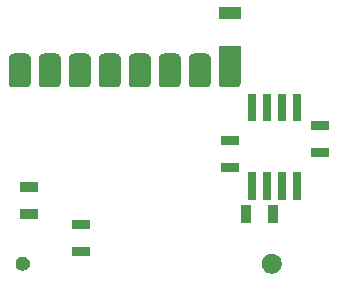
<source format=gbr>
G04 #@! TF.GenerationSoftware,KiCad,Pcbnew,(5.0.2)-1*
G04 #@! TF.CreationDate,2019-04-22T11:09:00+04:00*
G04 #@! TF.ProjectId,SD_CARD_and_SPI_FLASH_v2.2,53445f43-4152-4445-9f61-6e645f535049,rev?*
G04 #@! TF.SameCoordinates,Original*
G04 #@! TF.FileFunction,Soldermask,Bot*
G04 #@! TF.FilePolarity,Negative*
%FSLAX46Y46*%
G04 Gerber Fmt 4.6, Leading zero omitted, Abs format (unit mm)*
G04 Created by KiCad (PCBNEW (5.0.2)-1) date 22/04/2019 11:09:00*
%MOMM*%
%LPD*%
G01*
G04 APERTURE LIST*
%ADD10C,0.100000*%
G04 APERTURE END LIST*
D10*
G36*
X162825328Y-108691303D02*
X162980200Y-108755453D01*
X163119581Y-108848585D01*
X163238115Y-108967119D01*
X163331247Y-109106500D01*
X163395397Y-109261372D01*
X163428100Y-109425784D01*
X163428100Y-109593416D01*
X163395397Y-109757828D01*
X163331247Y-109912700D01*
X163238115Y-110052081D01*
X163119581Y-110170615D01*
X162980200Y-110263747D01*
X162825328Y-110327897D01*
X162660916Y-110360600D01*
X162493284Y-110360600D01*
X162328872Y-110327897D01*
X162174000Y-110263747D01*
X162034619Y-110170615D01*
X161916085Y-110052081D01*
X161822953Y-109912700D01*
X161758803Y-109757828D01*
X161726100Y-109593416D01*
X161726100Y-109425784D01*
X161758803Y-109261372D01*
X161822953Y-109106500D01*
X161916085Y-108967119D01*
X162034619Y-108848585D01*
X162174000Y-108755453D01*
X162328872Y-108691303D01*
X162493284Y-108658600D01*
X162660916Y-108658600D01*
X162825328Y-108691303D01*
X162825328Y-108691303D01*
G37*
G36*
X141670405Y-108931696D02*
X141779780Y-108977000D01*
X141878218Y-109042775D01*
X141961925Y-109126482D01*
X142027700Y-109224920D01*
X142073004Y-109334295D01*
X142096100Y-109450406D01*
X142096100Y-109568794D01*
X142073004Y-109684905D01*
X142027700Y-109794280D01*
X141961925Y-109892718D01*
X141878218Y-109976425D01*
X141779780Y-110042200D01*
X141670405Y-110087504D01*
X141554294Y-110110600D01*
X141435906Y-110110600D01*
X141319795Y-110087504D01*
X141210420Y-110042200D01*
X141111982Y-109976425D01*
X141028275Y-109892718D01*
X140962500Y-109794280D01*
X140917196Y-109684905D01*
X140894100Y-109568794D01*
X140894100Y-109450406D01*
X140917196Y-109334295D01*
X140962500Y-109224920D01*
X141028275Y-109126482D01*
X141111982Y-109042775D01*
X141210420Y-108977000D01*
X141319795Y-108931696D01*
X141435906Y-108908600D01*
X141554294Y-108908600D01*
X141670405Y-108931696D01*
X141670405Y-108931696D01*
G37*
G36*
X147210100Y-108900000D02*
X145686100Y-108900000D01*
X145686100Y-108087200D01*
X147210100Y-108087200D01*
X147210100Y-108900000D01*
X147210100Y-108900000D01*
G37*
G36*
X147210100Y-106614000D02*
X145686100Y-106614000D01*
X145686100Y-105801200D01*
X147210100Y-105801200D01*
X147210100Y-106614000D01*
X147210100Y-106614000D01*
G37*
G36*
X160824500Y-106080600D02*
X160011700Y-106080600D01*
X160011700Y-104556600D01*
X160824500Y-104556600D01*
X160824500Y-106080600D01*
X160824500Y-106080600D01*
G37*
G36*
X163110500Y-106080600D02*
X162297700Y-106080600D01*
X162297700Y-104556600D01*
X163110500Y-104556600D01*
X163110500Y-106080600D01*
X163110500Y-106080600D01*
G37*
G36*
X142765100Y-105725000D02*
X141241100Y-105725000D01*
X141241100Y-104912200D01*
X142765100Y-104912200D01*
X142765100Y-105725000D01*
X142765100Y-105725000D01*
G37*
G36*
X162546900Y-104084400D02*
X161845300Y-104084400D01*
X161845300Y-101782800D01*
X162546900Y-101782800D01*
X162546900Y-104084400D01*
X162546900Y-104084400D01*
G37*
G36*
X161276900Y-104084400D02*
X160575300Y-104084400D01*
X160575300Y-101782800D01*
X161276900Y-101782800D01*
X161276900Y-104084400D01*
X161276900Y-104084400D01*
G37*
G36*
X163816900Y-104084400D02*
X163115300Y-104084400D01*
X163115300Y-101782800D01*
X163816900Y-101782800D01*
X163816900Y-104084400D01*
X163816900Y-104084400D01*
G37*
G36*
X165086900Y-104084400D02*
X164385300Y-104084400D01*
X164385300Y-101782800D01*
X165086900Y-101782800D01*
X165086900Y-104084400D01*
X165086900Y-104084400D01*
G37*
G36*
X142765100Y-103439000D02*
X141241100Y-103439000D01*
X141241100Y-102626200D01*
X142765100Y-102626200D01*
X142765100Y-103439000D01*
X142765100Y-103439000D01*
G37*
G36*
X159783100Y-101788000D02*
X158259100Y-101788000D01*
X158259100Y-100975200D01*
X159783100Y-100975200D01*
X159783100Y-101788000D01*
X159783100Y-101788000D01*
G37*
G36*
X167403100Y-100518000D02*
X165879100Y-100518000D01*
X165879100Y-99705200D01*
X167403100Y-99705200D01*
X167403100Y-100518000D01*
X167403100Y-100518000D01*
G37*
G36*
X159783100Y-99502000D02*
X158259100Y-99502000D01*
X158259100Y-98689200D01*
X159783100Y-98689200D01*
X159783100Y-99502000D01*
X159783100Y-99502000D01*
G37*
G36*
X167403100Y-98232000D02*
X165879100Y-98232000D01*
X165879100Y-97419200D01*
X167403100Y-97419200D01*
X167403100Y-98232000D01*
X167403100Y-98232000D01*
G37*
G36*
X163816900Y-97424400D02*
X163115300Y-97424400D01*
X163115300Y-95122800D01*
X163816900Y-95122800D01*
X163816900Y-97424400D01*
X163816900Y-97424400D01*
G37*
G36*
X165086900Y-97424400D02*
X164385300Y-97424400D01*
X164385300Y-95122800D01*
X165086900Y-95122800D01*
X165086900Y-97424400D01*
X165086900Y-97424400D01*
G37*
G36*
X162546900Y-97424400D02*
X161845300Y-97424400D01*
X161845300Y-95122800D01*
X162546900Y-95122800D01*
X162546900Y-97424400D01*
X162546900Y-97424400D01*
G37*
G36*
X161276900Y-97424400D02*
X160575300Y-97424400D01*
X160575300Y-95122800D01*
X161276900Y-95122800D01*
X161276900Y-97424400D01*
X161276900Y-97424400D01*
G37*
G36*
X141852863Y-91720621D02*
X141929172Y-91743770D01*
X141999502Y-91781362D01*
X142061148Y-91831952D01*
X142111738Y-91893598D01*
X142149330Y-91963928D01*
X142172479Y-92040237D01*
X142180900Y-92125740D01*
X142180900Y-94178260D01*
X142172479Y-94263763D01*
X142149330Y-94340072D01*
X142111738Y-94410402D01*
X142061148Y-94472048D01*
X141999502Y-94522638D01*
X141929172Y-94560230D01*
X141852863Y-94583379D01*
X141767360Y-94591800D01*
X140714840Y-94591800D01*
X140629337Y-94583379D01*
X140553028Y-94560230D01*
X140482698Y-94522638D01*
X140421052Y-94472048D01*
X140370462Y-94410402D01*
X140332870Y-94340072D01*
X140309721Y-94263763D01*
X140301300Y-94178260D01*
X140301300Y-92125740D01*
X140309721Y-92040237D01*
X140332870Y-91963928D01*
X140370462Y-91893598D01*
X140421052Y-91831952D01*
X140482698Y-91781362D01*
X140553028Y-91743770D01*
X140629337Y-91720621D01*
X140714840Y-91712200D01*
X141767360Y-91712200D01*
X141852863Y-91720621D01*
X141852863Y-91720621D01*
G37*
G36*
X144392863Y-91720621D02*
X144469172Y-91743770D01*
X144539502Y-91781362D01*
X144601148Y-91831952D01*
X144651738Y-91893598D01*
X144689330Y-91963928D01*
X144712479Y-92040237D01*
X144720900Y-92125740D01*
X144720900Y-94178260D01*
X144712479Y-94263763D01*
X144689330Y-94340072D01*
X144651738Y-94410402D01*
X144601148Y-94472048D01*
X144539502Y-94522638D01*
X144469172Y-94560230D01*
X144392863Y-94583379D01*
X144307360Y-94591800D01*
X143254840Y-94591800D01*
X143169337Y-94583379D01*
X143093028Y-94560230D01*
X143022698Y-94522638D01*
X142961052Y-94472048D01*
X142910462Y-94410402D01*
X142872870Y-94340072D01*
X142849721Y-94263763D01*
X142841300Y-94178260D01*
X142841300Y-92125740D01*
X142849721Y-92040237D01*
X142872870Y-91963928D01*
X142910462Y-91893598D01*
X142961052Y-91831952D01*
X143022698Y-91781362D01*
X143093028Y-91743770D01*
X143169337Y-91720621D01*
X143254840Y-91712200D01*
X144307360Y-91712200D01*
X144392863Y-91720621D01*
X144392863Y-91720621D01*
G37*
G36*
X146932863Y-91720621D02*
X147009172Y-91743770D01*
X147079502Y-91781362D01*
X147141148Y-91831952D01*
X147191738Y-91893598D01*
X147229330Y-91963928D01*
X147252479Y-92040237D01*
X147260900Y-92125740D01*
X147260900Y-94178260D01*
X147252479Y-94263763D01*
X147229330Y-94340072D01*
X147191738Y-94410402D01*
X147141148Y-94472048D01*
X147079502Y-94522638D01*
X147009172Y-94560230D01*
X146932863Y-94583379D01*
X146847360Y-94591800D01*
X145794840Y-94591800D01*
X145709337Y-94583379D01*
X145633028Y-94560230D01*
X145562698Y-94522638D01*
X145501052Y-94472048D01*
X145450462Y-94410402D01*
X145412870Y-94340072D01*
X145389721Y-94263763D01*
X145381300Y-94178260D01*
X145381300Y-92125740D01*
X145389721Y-92040237D01*
X145412870Y-91963928D01*
X145450462Y-91893598D01*
X145501052Y-91831952D01*
X145562698Y-91781362D01*
X145633028Y-91743770D01*
X145709337Y-91720621D01*
X145794840Y-91712200D01*
X146847360Y-91712200D01*
X146932863Y-91720621D01*
X146932863Y-91720621D01*
G37*
G36*
X149472863Y-91720621D02*
X149549172Y-91743770D01*
X149619502Y-91781362D01*
X149681148Y-91831952D01*
X149731738Y-91893598D01*
X149769330Y-91963928D01*
X149792479Y-92040237D01*
X149800900Y-92125740D01*
X149800900Y-94178260D01*
X149792479Y-94263763D01*
X149769330Y-94340072D01*
X149731738Y-94410402D01*
X149681148Y-94472048D01*
X149619502Y-94522638D01*
X149549172Y-94560230D01*
X149472863Y-94583379D01*
X149387360Y-94591800D01*
X148334840Y-94591800D01*
X148249337Y-94583379D01*
X148173028Y-94560230D01*
X148102698Y-94522638D01*
X148041052Y-94472048D01*
X147990462Y-94410402D01*
X147952870Y-94340072D01*
X147929721Y-94263763D01*
X147921300Y-94178260D01*
X147921300Y-92125740D01*
X147929721Y-92040237D01*
X147952870Y-91963928D01*
X147990462Y-91893598D01*
X148041052Y-91831952D01*
X148102698Y-91781362D01*
X148173028Y-91743770D01*
X148249337Y-91720621D01*
X148334840Y-91712200D01*
X149387360Y-91712200D01*
X149472863Y-91720621D01*
X149472863Y-91720621D01*
G37*
G36*
X152012863Y-91720621D02*
X152089172Y-91743770D01*
X152159502Y-91781362D01*
X152221148Y-91831952D01*
X152271738Y-91893598D01*
X152309330Y-91963928D01*
X152332479Y-92040237D01*
X152340900Y-92125740D01*
X152340900Y-94178260D01*
X152332479Y-94263763D01*
X152309330Y-94340072D01*
X152271738Y-94410402D01*
X152221148Y-94472048D01*
X152159502Y-94522638D01*
X152089172Y-94560230D01*
X152012863Y-94583379D01*
X151927360Y-94591800D01*
X150874840Y-94591800D01*
X150789337Y-94583379D01*
X150713028Y-94560230D01*
X150642698Y-94522638D01*
X150581052Y-94472048D01*
X150530462Y-94410402D01*
X150492870Y-94340072D01*
X150469721Y-94263763D01*
X150461300Y-94178260D01*
X150461300Y-92125740D01*
X150469721Y-92040237D01*
X150492870Y-91963928D01*
X150530462Y-91893598D01*
X150581052Y-91831952D01*
X150642698Y-91781362D01*
X150713028Y-91743770D01*
X150789337Y-91720621D01*
X150874840Y-91712200D01*
X151927360Y-91712200D01*
X152012863Y-91720621D01*
X152012863Y-91720621D01*
G37*
G36*
X154552863Y-91720621D02*
X154629172Y-91743770D01*
X154699502Y-91781362D01*
X154761148Y-91831952D01*
X154811738Y-91893598D01*
X154849330Y-91963928D01*
X154872479Y-92040237D01*
X154880900Y-92125740D01*
X154880900Y-94178260D01*
X154872479Y-94263763D01*
X154849330Y-94340072D01*
X154811738Y-94410402D01*
X154761148Y-94472048D01*
X154699502Y-94522638D01*
X154629172Y-94560230D01*
X154552863Y-94583379D01*
X154467360Y-94591800D01*
X153414840Y-94591800D01*
X153329337Y-94583379D01*
X153253028Y-94560230D01*
X153182698Y-94522638D01*
X153121052Y-94472048D01*
X153070462Y-94410402D01*
X153032870Y-94340072D01*
X153009721Y-94263763D01*
X153001300Y-94178260D01*
X153001300Y-92125740D01*
X153009721Y-92040237D01*
X153032870Y-91963928D01*
X153070462Y-91893598D01*
X153121052Y-91831952D01*
X153182698Y-91781362D01*
X153253028Y-91743770D01*
X153329337Y-91720621D01*
X153414840Y-91712200D01*
X154467360Y-91712200D01*
X154552863Y-91720621D01*
X154552863Y-91720621D01*
G37*
G36*
X157092863Y-91720621D02*
X157169172Y-91743770D01*
X157239502Y-91781362D01*
X157301148Y-91831952D01*
X157351738Y-91893598D01*
X157389330Y-91963928D01*
X157412479Y-92040237D01*
X157420900Y-92125740D01*
X157420900Y-94178260D01*
X157412479Y-94263763D01*
X157389330Y-94340072D01*
X157351738Y-94410402D01*
X157301148Y-94472048D01*
X157239502Y-94522638D01*
X157169172Y-94560230D01*
X157092863Y-94583379D01*
X157007360Y-94591800D01*
X155954840Y-94591800D01*
X155869337Y-94583379D01*
X155793028Y-94560230D01*
X155722698Y-94522638D01*
X155661052Y-94472048D01*
X155610462Y-94410402D01*
X155572870Y-94340072D01*
X155549721Y-94263763D01*
X155541300Y-94178260D01*
X155541300Y-92125740D01*
X155549721Y-92040237D01*
X155572870Y-91963928D01*
X155610462Y-91893598D01*
X155661052Y-91831952D01*
X155722698Y-91781362D01*
X155793028Y-91743770D01*
X155869337Y-91720621D01*
X155954840Y-91712200D01*
X157007360Y-91712200D01*
X157092863Y-91720621D01*
X157092863Y-91720621D01*
G37*
G36*
X159960900Y-94178260D02*
X159952479Y-94263763D01*
X159929330Y-94340072D01*
X159891738Y-94410402D01*
X159841148Y-94472048D01*
X159779502Y-94522638D01*
X159709172Y-94560230D01*
X159632863Y-94583379D01*
X159547360Y-94591800D01*
X158494840Y-94591800D01*
X158409337Y-94583379D01*
X158333028Y-94560230D01*
X158262698Y-94522638D01*
X158201052Y-94472048D01*
X158150462Y-94410402D01*
X158112870Y-94340072D01*
X158089721Y-94263763D01*
X158081300Y-94178260D01*
X158081300Y-91094600D01*
X159960900Y-91094600D01*
X159960900Y-94178260D01*
X159960900Y-94178260D01*
G37*
G36*
X159960900Y-88808600D02*
X158081300Y-88808600D01*
X158081300Y-87792600D01*
X159960900Y-87792600D01*
X159960900Y-88808600D01*
X159960900Y-88808600D01*
G37*
M02*

</source>
